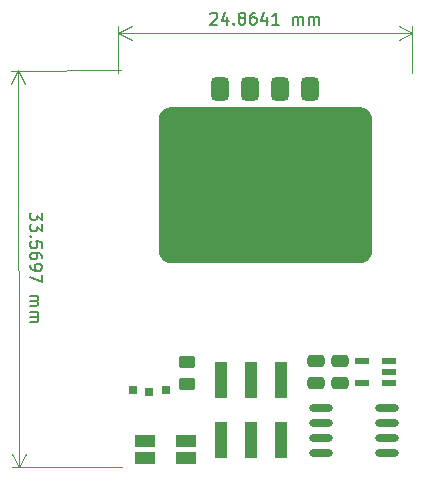
<source format=gbr>
%TF.GenerationSoftware,KiCad,Pcbnew,8.0.4*%
%TF.CreationDate,2024-10-20T23:48:37-07:00*%
%TF.ProjectId,MacSAO,4d616353-414f-42e6-9b69-6361645f7063,rev?*%
%TF.SameCoordinates,Original*%
%TF.FileFunction,Paste,Bot*%
%TF.FilePolarity,Positive*%
%FSLAX46Y46*%
G04 Gerber Fmt 4.6, Leading zero omitted, Abs format (unit mm)*
G04 Created by KiCad (PCBNEW 8.0.4) date 2024-10-20 23:48:37*
%MOMM*%
%LPD*%
G01*
G04 APERTURE LIST*
G04 Aperture macros list*
%AMRoundRect*
0 Rectangle with rounded corners*
0 $1 Rounding radius*
0 $2 $3 $4 $5 $6 $7 $8 $9 X,Y pos of 4 corners*
0 Add a 4 corners polygon primitive as box body*
4,1,4,$2,$3,$4,$5,$6,$7,$8,$9,$2,$3,0*
0 Add four circle primitives for the rounded corners*
1,1,$1+$1,$2,$3*
1,1,$1+$1,$4,$5*
1,1,$1+$1,$6,$7*
1,1,$1+$1,$8,$9*
0 Add four rect primitives between the rounded corners*
20,1,$1+$1,$2,$3,$4,$5,0*
20,1,$1+$1,$4,$5,$6,$7,0*
20,1,$1+$1,$6,$7,$8,$9,0*
20,1,$1+$1,$8,$9,$2,$3,0*%
G04 Aperture macros list end*
%ADD10C,0.047907*%
%ADD11C,0.150000*%
%ADD12C,0.100000*%
%ADD13R,1.800000X1.100000*%
%ADD14R,1.160000X0.490000*%
%ADD15R,1.180000X0.490000*%
%ADD16RoundRect,0.250000X-0.475000X0.250000X-0.475000X-0.250000X0.475000X-0.250000X0.475000X0.250000X0*%
%ADD17R,1.000000X3.150000*%
%ADD18O,2.030000X0.650000*%
%ADD19RoundRect,0.250000X-0.450000X0.262500X-0.450000X-0.262500X0.450000X-0.262500X0.450000X0.262500X0*%
%ADD20R,0.700000X0.700000*%
%ADD21RoundRect,0.375000X-0.375000X-0.625000X0.375000X-0.625000X0.375000X0.625000X-0.375000X0.625000X0*%
G04 APERTURE END LIST*
D10*
X175530161Y-76017052D02*
X175583686Y-76020936D01*
X175636389Y-76027335D01*
X175688209Y-76036185D01*
X175739081Y-76047425D01*
X175788943Y-76060993D01*
X175837730Y-76076828D01*
X175885379Y-76094867D01*
X175931828Y-76115048D01*
X175977013Y-76137309D01*
X176020870Y-76161590D01*
X176063336Y-76187826D01*
X176104348Y-76215958D01*
X176143843Y-76245922D01*
X176181757Y-76277658D01*
X176218026Y-76311102D01*
X176252588Y-76346193D01*
X176285380Y-76382870D01*
X176316337Y-76421069D01*
X176345397Y-76460730D01*
X176372495Y-76501791D01*
X176397570Y-76544189D01*
X176420557Y-76587862D01*
X176441394Y-76632749D01*
X176460016Y-76678788D01*
X176476361Y-76725917D01*
X176490364Y-76774074D01*
X176501964Y-76823196D01*
X176511097Y-76873223D01*
X176517698Y-76924092D01*
X176521705Y-76975741D01*
X176523055Y-77028109D01*
X176523055Y-88115488D01*
X176521705Y-88167872D01*
X176517698Y-88219571D01*
X176511097Y-88270521D01*
X176501964Y-88320658D01*
X176490364Y-88369918D01*
X176476361Y-88418237D01*
X176460016Y-88465550D01*
X176441394Y-88511793D01*
X176420557Y-88556902D01*
X176397570Y-88600814D01*
X176372495Y-88643464D01*
X176345397Y-88684787D01*
X176316337Y-88724720D01*
X176285380Y-88763198D01*
X176252588Y-88800157D01*
X176218026Y-88835534D01*
X176181757Y-88869264D01*
X176143843Y-88901282D01*
X176104348Y-88931525D01*
X176063336Y-88959929D01*
X176020870Y-88986429D01*
X175977013Y-89010961D01*
X175931828Y-89033461D01*
X175885379Y-89053866D01*
X175837730Y-89072110D01*
X175788943Y-89088129D01*
X175739081Y-89101860D01*
X175688209Y-89113239D01*
X175636389Y-89122200D01*
X175583686Y-89128681D01*
X175530161Y-89132616D01*
X175475879Y-89133942D01*
X159585223Y-89133942D01*
X159530924Y-89132616D01*
X159477349Y-89128681D01*
X159424563Y-89122200D01*
X159372633Y-89113239D01*
X159321623Y-89101860D01*
X159271600Y-89088129D01*
X159222629Y-89072110D01*
X159174775Y-89053866D01*
X159128104Y-89033461D01*
X159082682Y-89010961D01*
X159038573Y-88986429D01*
X158995845Y-88959929D01*
X158954562Y-88931525D01*
X158914789Y-88901282D01*
X158876593Y-88869264D01*
X158840039Y-88835534D01*
X158805192Y-88800157D01*
X158772118Y-88763198D01*
X158740883Y-88724720D01*
X158711553Y-88684787D01*
X158684191Y-88643464D01*
X158658865Y-88600814D01*
X158635640Y-88556902D01*
X158614582Y-88511793D01*
X158595755Y-88465550D01*
X158579226Y-88418237D01*
X158565060Y-88369918D01*
X158553322Y-88320658D01*
X158544079Y-88270521D01*
X158537396Y-88219571D01*
X158533337Y-88167872D01*
X158531970Y-88115488D01*
X158531970Y-77028109D01*
X158533168Y-76978978D01*
X158536726Y-76930447D01*
X158542590Y-76882571D01*
X158550707Y-76835402D01*
X158561024Y-76788991D01*
X158573487Y-76743393D01*
X158588043Y-76698660D01*
X158604638Y-76654845D01*
X158623218Y-76612000D01*
X158643731Y-76570178D01*
X158666122Y-76529432D01*
X158690339Y-76489815D01*
X158716328Y-76451380D01*
X158744035Y-76414178D01*
X158773407Y-76378264D01*
X158804391Y-76343689D01*
X158836932Y-76310507D01*
X158870978Y-76278770D01*
X158906475Y-76248531D01*
X158943370Y-76219842D01*
X158981609Y-76192757D01*
X159021138Y-76167329D01*
X159061905Y-76143609D01*
X159103855Y-76121652D01*
X159146936Y-76101508D01*
X159191093Y-76083232D01*
X159236274Y-76066876D01*
X159282425Y-76052493D01*
X159329492Y-76040136D01*
X159377422Y-76029856D01*
X159426162Y-76021708D01*
X159475658Y-76015744D01*
X175475879Y-76015744D01*
X175530161Y-76017052D01*
G36*
X175530161Y-76017052D02*
G01*
X175583686Y-76020936D01*
X175636389Y-76027335D01*
X175688209Y-76036185D01*
X175739081Y-76047425D01*
X175788943Y-76060993D01*
X175837730Y-76076828D01*
X175885379Y-76094867D01*
X175931828Y-76115048D01*
X175977013Y-76137309D01*
X176020870Y-76161590D01*
X176063336Y-76187826D01*
X176104348Y-76215958D01*
X176143843Y-76245922D01*
X176181757Y-76277658D01*
X176218026Y-76311102D01*
X176252588Y-76346193D01*
X176285380Y-76382870D01*
X176316337Y-76421069D01*
X176345397Y-76460730D01*
X176372495Y-76501791D01*
X176397570Y-76544189D01*
X176420557Y-76587862D01*
X176441394Y-76632749D01*
X176460016Y-76678788D01*
X176476361Y-76725917D01*
X176490364Y-76774074D01*
X176501964Y-76823196D01*
X176511097Y-76873223D01*
X176517698Y-76924092D01*
X176521705Y-76975741D01*
X176523055Y-77028109D01*
X176523055Y-88115488D01*
X176521705Y-88167872D01*
X176517698Y-88219571D01*
X176511097Y-88270521D01*
X176501964Y-88320658D01*
X176490364Y-88369918D01*
X176476361Y-88418237D01*
X176460016Y-88465550D01*
X176441394Y-88511793D01*
X176420557Y-88556902D01*
X176397570Y-88600814D01*
X176372495Y-88643464D01*
X176345397Y-88684787D01*
X176316337Y-88724720D01*
X176285380Y-88763198D01*
X176252588Y-88800157D01*
X176218026Y-88835534D01*
X176181757Y-88869264D01*
X176143843Y-88901282D01*
X176104348Y-88931525D01*
X176063336Y-88959929D01*
X176020870Y-88986429D01*
X175977013Y-89010961D01*
X175931828Y-89033461D01*
X175885379Y-89053866D01*
X175837730Y-89072110D01*
X175788943Y-89088129D01*
X175739081Y-89101860D01*
X175688209Y-89113239D01*
X175636389Y-89122200D01*
X175583686Y-89128681D01*
X175530161Y-89132616D01*
X175475879Y-89133942D01*
X159585223Y-89133942D01*
X159530924Y-89132616D01*
X159477349Y-89128681D01*
X159424563Y-89122200D01*
X159372633Y-89113239D01*
X159321623Y-89101860D01*
X159271600Y-89088129D01*
X159222629Y-89072110D01*
X159174775Y-89053866D01*
X159128104Y-89033461D01*
X159082682Y-89010961D01*
X159038573Y-88986429D01*
X158995845Y-88959929D01*
X158954562Y-88931525D01*
X158914789Y-88901282D01*
X158876593Y-88869264D01*
X158840039Y-88835534D01*
X158805192Y-88800157D01*
X158772118Y-88763198D01*
X158740883Y-88724720D01*
X158711553Y-88684787D01*
X158684191Y-88643464D01*
X158658865Y-88600814D01*
X158635640Y-88556902D01*
X158614582Y-88511793D01*
X158595755Y-88465550D01*
X158579226Y-88418237D01*
X158565060Y-88369918D01*
X158553322Y-88320658D01*
X158544079Y-88270521D01*
X158537396Y-88219571D01*
X158533337Y-88167872D01*
X158531970Y-88115488D01*
X158531970Y-77028109D01*
X158533168Y-76978978D01*
X158536726Y-76930447D01*
X158542590Y-76882571D01*
X158550707Y-76835402D01*
X158561024Y-76788991D01*
X158573487Y-76743393D01*
X158588043Y-76698660D01*
X158604638Y-76654845D01*
X158623218Y-76612000D01*
X158643731Y-76570178D01*
X158666122Y-76529432D01*
X158690339Y-76489815D01*
X158716328Y-76451380D01*
X158744035Y-76414178D01*
X158773407Y-76378264D01*
X158804391Y-76343689D01*
X158836932Y-76310507D01*
X158870978Y-76278770D01*
X158906475Y-76248531D01*
X158943370Y-76219842D01*
X158981609Y-76192757D01*
X159021138Y-76167329D01*
X159061905Y-76143609D01*
X159103855Y-76121652D01*
X159146936Y-76101508D01*
X159191093Y-76083232D01*
X159236274Y-76066876D01*
X159282425Y-76052493D01*
X159329492Y-76040136D01*
X159377422Y-76029856D01*
X159426162Y-76021708D01*
X159475658Y-76015744D01*
X175475879Y-76015744D01*
X175530161Y-76017052D01*
G37*
D11*
X162913007Y-68100057D02*
X162960626Y-68052438D01*
X162960626Y-68052438D02*
X163055864Y-68004819D01*
X163055864Y-68004819D02*
X163293959Y-68004819D01*
X163293959Y-68004819D02*
X163389197Y-68052438D01*
X163389197Y-68052438D02*
X163436816Y-68100057D01*
X163436816Y-68100057D02*
X163484435Y-68195295D01*
X163484435Y-68195295D02*
X163484435Y-68290533D01*
X163484435Y-68290533D02*
X163436816Y-68433390D01*
X163436816Y-68433390D02*
X162865388Y-69004819D01*
X162865388Y-69004819D02*
X163484435Y-69004819D01*
X164341578Y-68338152D02*
X164341578Y-69004819D01*
X164103483Y-67957200D02*
X163865388Y-68671485D01*
X163865388Y-68671485D02*
X164484435Y-68671485D01*
X164865388Y-68909580D02*
X164913007Y-68957200D01*
X164913007Y-68957200D02*
X164865388Y-69004819D01*
X164865388Y-69004819D02*
X164817769Y-68957200D01*
X164817769Y-68957200D02*
X164865388Y-68909580D01*
X164865388Y-68909580D02*
X164865388Y-69004819D01*
X165484435Y-68433390D02*
X165389197Y-68385771D01*
X165389197Y-68385771D02*
X165341578Y-68338152D01*
X165341578Y-68338152D02*
X165293959Y-68242914D01*
X165293959Y-68242914D02*
X165293959Y-68195295D01*
X165293959Y-68195295D02*
X165341578Y-68100057D01*
X165341578Y-68100057D02*
X165389197Y-68052438D01*
X165389197Y-68052438D02*
X165484435Y-68004819D01*
X165484435Y-68004819D02*
X165674911Y-68004819D01*
X165674911Y-68004819D02*
X165770149Y-68052438D01*
X165770149Y-68052438D02*
X165817768Y-68100057D01*
X165817768Y-68100057D02*
X165865387Y-68195295D01*
X165865387Y-68195295D02*
X165865387Y-68242914D01*
X165865387Y-68242914D02*
X165817768Y-68338152D01*
X165817768Y-68338152D02*
X165770149Y-68385771D01*
X165770149Y-68385771D02*
X165674911Y-68433390D01*
X165674911Y-68433390D02*
X165484435Y-68433390D01*
X165484435Y-68433390D02*
X165389197Y-68481009D01*
X165389197Y-68481009D02*
X165341578Y-68528628D01*
X165341578Y-68528628D02*
X165293959Y-68623866D01*
X165293959Y-68623866D02*
X165293959Y-68814342D01*
X165293959Y-68814342D02*
X165341578Y-68909580D01*
X165341578Y-68909580D02*
X165389197Y-68957200D01*
X165389197Y-68957200D02*
X165484435Y-69004819D01*
X165484435Y-69004819D02*
X165674911Y-69004819D01*
X165674911Y-69004819D02*
X165770149Y-68957200D01*
X165770149Y-68957200D02*
X165817768Y-68909580D01*
X165817768Y-68909580D02*
X165865387Y-68814342D01*
X165865387Y-68814342D02*
X165865387Y-68623866D01*
X165865387Y-68623866D02*
X165817768Y-68528628D01*
X165817768Y-68528628D02*
X165770149Y-68481009D01*
X165770149Y-68481009D02*
X165674911Y-68433390D01*
X166722530Y-68004819D02*
X166532054Y-68004819D01*
X166532054Y-68004819D02*
X166436816Y-68052438D01*
X166436816Y-68052438D02*
X166389197Y-68100057D01*
X166389197Y-68100057D02*
X166293959Y-68242914D01*
X166293959Y-68242914D02*
X166246340Y-68433390D01*
X166246340Y-68433390D02*
X166246340Y-68814342D01*
X166246340Y-68814342D02*
X166293959Y-68909580D01*
X166293959Y-68909580D02*
X166341578Y-68957200D01*
X166341578Y-68957200D02*
X166436816Y-69004819D01*
X166436816Y-69004819D02*
X166627292Y-69004819D01*
X166627292Y-69004819D02*
X166722530Y-68957200D01*
X166722530Y-68957200D02*
X166770149Y-68909580D01*
X166770149Y-68909580D02*
X166817768Y-68814342D01*
X166817768Y-68814342D02*
X166817768Y-68576247D01*
X166817768Y-68576247D02*
X166770149Y-68481009D01*
X166770149Y-68481009D02*
X166722530Y-68433390D01*
X166722530Y-68433390D02*
X166627292Y-68385771D01*
X166627292Y-68385771D02*
X166436816Y-68385771D01*
X166436816Y-68385771D02*
X166341578Y-68433390D01*
X166341578Y-68433390D02*
X166293959Y-68481009D01*
X166293959Y-68481009D02*
X166246340Y-68576247D01*
X167674911Y-68338152D02*
X167674911Y-69004819D01*
X167436816Y-67957200D02*
X167198721Y-68671485D01*
X167198721Y-68671485D02*
X167817768Y-68671485D01*
X168722530Y-69004819D02*
X168151102Y-69004819D01*
X168436816Y-69004819D02*
X168436816Y-68004819D01*
X168436816Y-68004819D02*
X168341578Y-68147676D01*
X168341578Y-68147676D02*
X168246340Y-68242914D01*
X168246340Y-68242914D02*
X168151102Y-68290533D01*
X169913007Y-69004819D02*
X169913007Y-68338152D01*
X169913007Y-68433390D02*
X169960626Y-68385771D01*
X169960626Y-68385771D02*
X170055864Y-68338152D01*
X170055864Y-68338152D02*
X170198721Y-68338152D01*
X170198721Y-68338152D02*
X170293959Y-68385771D01*
X170293959Y-68385771D02*
X170341578Y-68481009D01*
X170341578Y-68481009D02*
X170341578Y-69004819D01*
X170341578Y-68481009D02*
X170389197Y-68385771D01*
X170389197Y-68385771D02*
X170484435Y-68338152D01*
X170484435Y-68338152D02*
X170627292Y-68338152D01*
X170627292Y-68338152D02*
X170722531Y-68385771D01*
X170722531Y-68385771D02*
X170770150Y-68481009D01*
X170770150Y-68481009D02*
X170770150Y-69004819D01*
X171246340Y-69004819D02*
X171246340Y-68338152D01*
X171246340Y-68433390D02*
X171293959Y-68385771D01*
X171293959Y-68385771D02*
X171389197Y-68338152D01*
X171389197Y-68338152D02*
X171532054Y-68338152D01*
X171532054Y-68338152D02*
X171627292Y-68385771D01*
X171627292Y-68385771D02*
X171674911Y-68481009D01*
X171674911Y-68481009D02*
X171674911Y-69004819D01*
X171674911Y-68481009D02*
X171722530Y-68385771D01*
X171722530Y-68385771D02*
X171817768Y-68338152D01*
X171817768Y-68338152D02*
X171960625Y-68338152D01*
X171960625Y-68338152D02*
X172055864Y-68385771D01*
X172055864Y-68385771D02*
X172103483Y-68481009D01*
X172103483Y-68481009D02*
X172103483Y-69004819D01*
D12*
X179964109Y-73124678D02*
X179964109Y-69113580D01*
X155100000Y-73124678D02*
X155100000Y-69113580D01*
X179964109Y-69700000D02*
X155100000Y-69700000D01*
X179964109Y-69700000D02*
X155100000Y-69700000D01*
X179964109Y-69700000D02*
X178837605Y-70286421D01*
X179964109Y-69700000D02*
X178837605Y-69113579D01*
X155100000Y-69700000D02*
X156226504Y-69113579D01*
X155100000Y-69700000D02*
X156226504Y-70286421D01*
D11*
X148630739Y-84931669D02*
X148632654Y-85550714D01*
X148632654Y-85550714D02*
X148250672Y-85218561D01*
X148250672Y-85218561D02*
X148251114Y-85361417D01*
X148251114Y-85361417D02*
X148203790Y-85456802D01*
X148203790Y-85456802D02*
X148156319Y-85504568D01*
X148156319Y-85504568D02*
X148061228Y-85552482D01*
X148061228Y-85552482D02*
X147823134Y-85553219D01*
X147823134Y-85553219D02*
X147727749Y-85505894D01*
X147727749Y-85505894D02*
X147679983Y-85458423D01*
X147679983Y-85458423D02*
X147632070Y-85363333D01*
X147632070Y-85363333D02*
X147631186Y-85077620D01*
X147631186Y-85077620D02*
X147678510Y-84982235D01*
X147678510Y-84982235D02*
X147725981Y-84934469D01*
X148633685Y-85884046D02*
X148635601Y-86503090D01*
X148635601Y-86503090D02*
X148253619Y-86170937D01*
X148253619Y-86170937D02*
X148254061Y-86313794D01*
X148254061Y-86313794D02*
X148206737Y-86409179D01*
X148206737Y-86409179D02*
X148159265Y-86456945D01*
X148159265Y-86456945D02*
X148064175Y-86504858D01*
X148064175Y-86504858D02*
X147826081Y-86505595D01*
X147826081Y-86505595D02*
X147730696Y-86458271D01*
X147730696Y-86458271D02*
X147682930Y-86410799D01*
X147682930Y-86410799D02*
X147635016Y-86315709D01*
X147635016Y-86315709D02*
X147634132Y-86029996D01*
X147634132Y-86029996D02*
X147681456Y-85934611D01*
X147681456Y-85934611D02*
X147728928Y-85886845D01*
X147732169Y-86934459D02*
X147684698Y-86982225D01*
X147684698Y-86982225D02*
X147636932Y-86934754D01*
X147636932Y-86934754D02*
X147684403Y-86886988D01*
X147684403Y-86886988D02*
X147732169Y-86934459D01*
X147732169Y-86934459D02*
X147636932Y-86934754D01*
X148639874Y-87884036D02*
X148638400Y-87407847D01*
X148638400Y-87407847D02*
X148162065Y-87361702D01*
X148162065Y-87361702D02*
X148209831Y-87409173D01*
X148209831Y-87409173D02*
X148257744Y-87504264D01*
X148257744Y-87504264D02*
X148258481Y-87742358D01*
X148258481Y-87742358D02*
X148211157Y-87837743D01*
X148211157Y-87837743D02*
X148163685Y-87885509D01*
X148163685Y-87885509D02*
X148068595Y-87933422D01*
X148068595Y-87933422D02*
X147830501Y-87934159D01*
X147830501Y-87934159D02*
X147735116Y-87886835D01*
X147735116Y-87886835D02*
X147687350Y-87839364D01*
X147687350Y-87839364D02*
X147639436Y-87744273D01*
X147639436Y-87744273D02*
X147638700Y-87506179D01*
X147638700Y-87506179D02*
X147686024Y-87410794D01*
X147686024Y-87410794D02*
X147733495Y-87363028D01*
X148642673Y-88788793D02*
X148642084Y-88598318D01*
X148642084Y-88598318D02*
X148594170Y-88503228D01*
X148594170Y-88503228D02*
X148546404Y-88455756D01*
X148546404Y-88455756D02*
X148403253Y-88360961D01*
X148403253Y-88360961D02*
X148212630Y-88313931D01*
X148212630Y-88313931D02*
X147831680Y-88315110D01*
X147831680Y-88315110D02*
X147736589Y-88363023D01*
X147736589Y-88363023D02*
X147689118Y-88410789D01*
X147689118Y-88410789D02*
X147641794Y-88506174D01*
X147641794Y-88506174D02*
X147642383Y-88696650D01*
X147642383Y-88696650D02*
X147690297Y-88791740D01*
X147690297Y-88791740D02*
X147738063Y-88839211D01*
X147738063Y-88839211D02*
X147833448Y-88886536D01*
X147833448Y-88886536D02*
X148071542Y-88885799D01*
X148071542Y-88885799D02*
X148166632Y-88837885D01*
X148166632Y-88837885D02*
X148214104Y-88790119D01*
X148214104Y-88790119D02*
X148261428Y-88694734D01*
X148261428Y-88694734D02*
X148260839Y-88504259D01*
X148260839Y-88504259D02*
X148212925Y-88409169D01*
X148212925Y-88409169D02*
X148165159Y-88361697D01*
X148165159Y-88361697D02*
X148069774Y-88314373D01*
X147644446Y-89363313D02*
X147645035Y-89553788D01*
X147645035Y-89553788D02*
X147692949Y-89648879D01*
X147692949Y-89648879D02*
X147740715Y-89696350D01*
X147740715Y-89696350D02*
X147883866Y-89791146D01*
X147883866Y-89791146D02*
X148074489Y-89838175D01*
X148074489Y-89838175D02*
X148455439Y-89836997D01*
X148455439Y-89836997D02*
X148550530Y-89789083D01*
X148550530Y-89789083D02*
X148598001Y-89741317D01*
X148598001Y-89741317D02*
X148645325Y-89645932D01*
X148645325Y-89645932D02*
X148644736Y-89455457D01*
X148644736Y-89455457D02*
X148596822Y-89360366D01*
X148596822Y-89360366D02*
X148549056Y-89312895D01*
X148549056Y-89312895D02*
X148453671Y-89265571D01*
X148453671Y-89265571D02*
X148215577Y-89266307D01*
X148215577Y-89266307D02*
X148120487Y-89314221D01*
X148120487Y-89314221D02*
X148073015Y-89361987D01*
X148073015Y-89361987D02*
X148025691Y-89457372D01*
X148025691Y-89457372D02*
X148026281Y-89647847D01*
X148026281Y-89647847D02*
X148074194Y-89742938D01*
X148074194Y-89742938D02*
X148121960Y-89790409D01*
X148121960Y-89790409D02*
X148217345Y-89837733D01*
X148646946Y-90169739D02*
X148649009Y-90836403D01*
X148649009Y-90836403D02*
X147647687Y-90410927D01*
X147652550Y-91982349D02*
X148319213Y-91980286D01*
X148223975Y-91980581D02*
X148271742Y-92028052D01*
X148271742Y-92028052D02*
X148319655Y-92123142D01*
X148319655Y-92123142D02*
X148320097Y-92265999D01*
X148320097Y-92265999D02*
X148272773Y-92361384D01*
X148272773Y-92361384D02*
X148177683Y-92409297D01*
X148177683Y-92409297D02*
X147653876Y-92410918D01*
X148177683Y-92409297D02*
X148273068Y-92456621D01*
X148273068Y-92456621D02*
X148320981Y-92551712D01*
X148320981Y-92551712D02*
X148321423Y-92694568D01*
X148321423Y-92694568D02*
X148274099Y-92789953D01*
X148274099Y-92789953D02*
X148179009Y-92837867D01*
X148179009Y-92837867D02*
X147655202Y-92839487D01*
X147656675Y-93315675D02*
X148323338Y-93313612D01*
X148228101Y-93313907D02*
X148275867Y-93361379D01*
X148275867Y-93361379D02*
X148323780Y-93456469D01*
X148323780Y-93456469D02*
X148324223Y-93599325D01*
X148324223Y-93599325D02*
X148276898Y-93694710D01*
X148276898Y-93694710D02*
X148181808Y-93742624D01*
X148181808Y-93742624D02*
X147658001Y-93744245D01*
X148181808Y-93742624D02*
X148277193Y-93789948D01*
X148277193Y-93789948D02*
X148325107Y-93885038D01*
X148325107Y-93885038D02*
X148325549Y-94027895D01*
X148325549Y-94027895D02*
X148278224Y-94123280D01*
X148278224Y-94123280D02*
X148183134Y-94171193D01*
X148183134Y-94171193D02*
X147659327Y-94172814D01*
D12*
X155358612Y-72867615D02*
X145993547Y-72896591D01*
X155462479Y-106437142D02*
X146097414Y-106466118D01*
X146579964Y-72894777D02*
X146683831Y-106464304D01*
X146579964Y-72894777D02*
X146683831Y-106464304D01*
X146579964Y-72894777D02*
X147169867Y-74019461D01*
X146579964Y-72894777D02*
X145997032Y-74023090D01*
X146683831Y-106464304D02*
X146093928Y-105339620D01*
X146683831Y-106464304D02*
X147266763Y-105335991D01*
D13*
%TO.C,SW1*%
X160800000Y-104245000D03*
X157400000Y-104245000D03*
X160800000Y-105745000D03*
X157400000Y-105745000D03*
%TD*%
D14*
%TO.C,U3*%
X178000000Y-97450000D03*
X178000000Y-98400000D03*
X178000000Y-99350000D03*
D15*
X175700000Y-99350000D03*
X175700000Y-97450000D03*
%TD*%
D16*
%TO.C,C1*%
X173870000Y-97470000D03*
X173870000Y-99370000D03*
%TD*%
D17*
%TO.C,J1*%
X163800000Y-99125000D03*
X163800000Y-104175000D03*
X166340000Y-99125000D03*
X166340000Y-104175000D03*
X168880000Y-99125000D03*
X168880000Y-104175000D03*
%TD*%
D18*
%TO.C,U2*%
X177850000Y-101490000D03*
X177850000Y-102760000D03*
X177850000Y-104040000D03*
X177850000Y-105310000D03*
X172250000Y-105310000D03*
X172250000Y-104040000D03*
X172250000Y-102760000D03*
X172250000Y-101490000D03*
%TD*%
D19*
%TO.C,R1*%
X160950000Y-97587500D03*
X160950000Y-99412500D03*
%TD*%
D20*
%TO.C,U1*%
X156314440Y-99910000D03*
X159114440Y-99910000D03*
X157714440Y-100150000D03*
%TD*%
D16*
%TO.C,C2*%
X171870000Y-97470000D03*
X171870000Y-99370000D03*
%TD*%
D21*
%TO.C,J2*%
X171307000Y-74477000D03*
X168767000Y-74477000D03*
X166227000Y-74477000D03*
X163747000Y-74477000D03*
%TD*%
M02*

</source>
